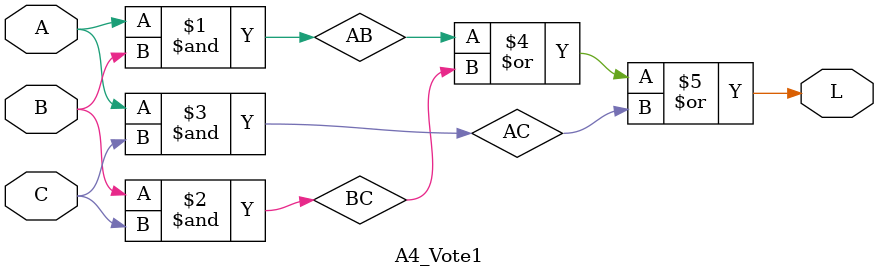
<source format=v>
module A4_Vote1			//模块名A4_Vote1,即模块的开始,方法1
(
	//输入端口
	A,B,C,
	//输出端口
	L
);

//---------------------------------------------------------------------------
//--	外部端口声明
//---------------------------------------------------------------------------
input   A;              //模块的输入端口A
input   B;              //模块的输入端口B
input   C;              //模块的输入端口C
output  L;              //模块的输出端口L

//---------------------------------------------------------------------------
//--	内部端口声明
//---------------------------------------------------------------------------
wire AB,BC,AC;          //内部信号声明AB,BC,AC
	
//---------------------------------------------------------------------------
//--	逻辑功能实现	
//---------------------------------------------------------------------------
and U1(AB,A,B);         //与门（A,B信号进入）（A与B信号即AB输出）          
and U2(BC,B,C);         //与门 同上
and U3(AC,A,C);         //与门 同上
  
or  U4(L,AB,BC,AC);     //或门 同上
     
endmodule					//模块的结束

//module A4_Vote1(A,B,C,L);//模块名A4_Vote1,即模块的开始,方法2
//
////---端口说明 ---------- 
//
//    input   A;					//模块的输入端口A
//    input   B;					//模块的输入端口B
//    input   C;					//模块的输入端口C
//    output  L;					//模块的输出端口L
//
//   wire NAB,NBC,NAC;			//内部信号声明NAB,NBC,NAC（N代表非、取反）
//      
////---功能描述（门级描述方式）---------- 
//      
//   nand U1(NAB,A,B);			//与非门（A,B信号进入）（A与B信号取非、取反即NAB输出）           
//   nand U2(NBC,B,C);			//与非门 同上
//   nand U3(NAC,A,C);			//与非门 同上
//   
//   nand U4(L,NAB,NBC,NAC);	//与非门 同上
//   
//endmodule							//模块的结束

</source>
